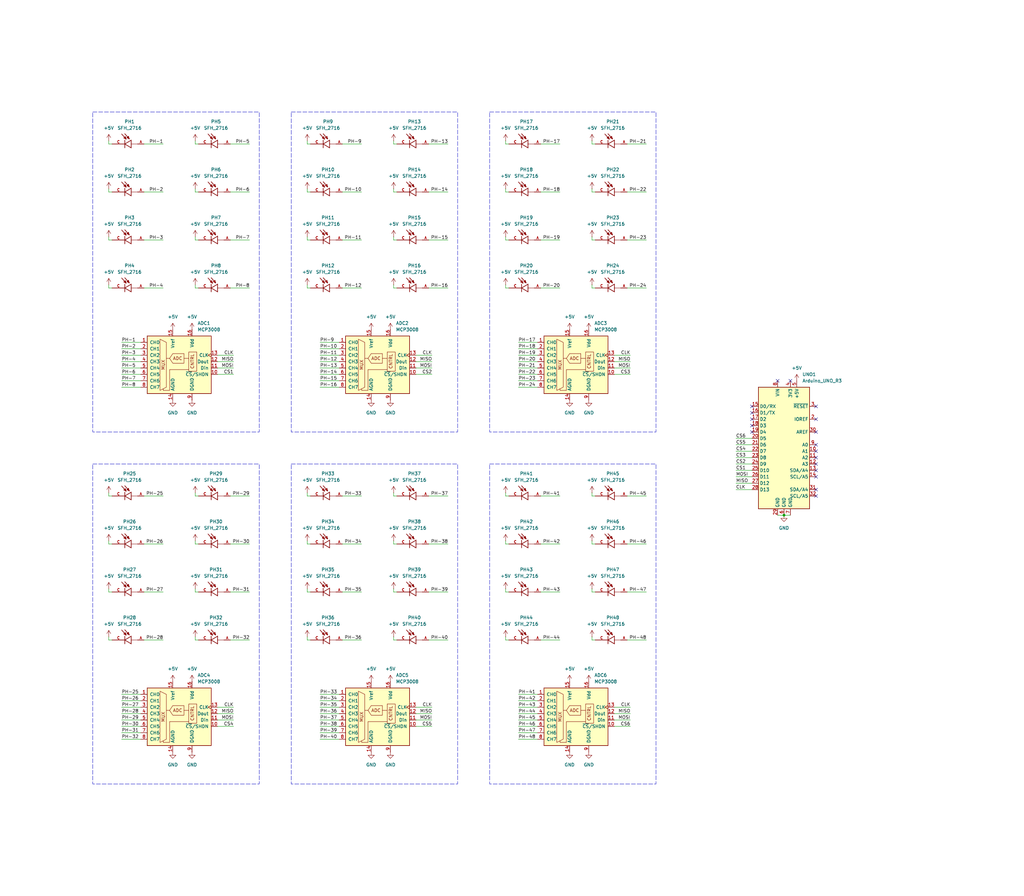
<source format=kicad_sch>
(kicad_sch (version 20231120) (generator "eeschema") (generator_version "8.0")
  (paper "User" 406.4 355.6)
  (junction (at 311.15 204.47))
  (no_connect (at 323.85 176.53))
  (no_connect (at 323.85 161.29))
  (no_connect (at 313.69 151.13))
  (no_connect (at 308.61 151.13))
  (no_connect (at 323.85 171.45))
  (no_connect (at 323.85 184.15))
  (no_connect (at 298.45 168.91))
  (no_connect (at 298.45 171.45))
  (no_connect (at 323.85 179.07))
  (no_connect (at 298.45 163.83))
  (no_connect (at 323.85 189.23))
  (no_connect (at 323.85 166.37))
  (no_connect (at 298.45 161.29))
  (no_connect (at 323.85 186.69))
  (no_connect (at 323.85 196.85))
  (no_connect (at 298.45 166.37))
  (no_connect (at 323.85 194.31))
  (no_connect (at 323.85 181.61))
  (wire (pts (xy 48.26 290.83) (xy 55.88 290.83)))
  (wire (pts (xy 127 293.37) (xy 134.62 293.37)))
  (wire (pts (xy 121.92 114.3) (xy 123.19 114.3)))
  (wire (pts (xy 243.84 148.59) (xy 250.19 148.59)))
  (wire (pts (xy 292.1 181.61) (xy 298.45 181.61)))
  (wire (pts (xy 214.63 114.3) (xy 222.25 114.3)))
  (wire (pts (xy 234.95 196.85) (xy 236.22 196.85)))
  (wire (pts (xy 48.26 280.67) (xy 55.88 280.67)))
  (wire (pts (xy 243.84 146.05) (xy 250.19 146.05)))
  (wire (pts (xy 86.36 148.59) (xy 92.71 148.59)))
  (wire (pts (xy 200.66 254) (xy 201.93 254)))
  (wire (pts (xy 243.84 143.51) (xy 250.19 143.51)))
  (wire (pts (xy 48.26 146.05) (xy 55.88 146.05)))
  (wire (pts (xy 48.26 285.75) (xy 55.88 285.75)))
  (wire (pts (xy 156.21 195.58) (xy 156.21 196.85)))
  (wire (pts (xy 77.47 233.68) (xy 77.47 234.95)))
  (wire (pts (xy 121.92 214.63) (xy 121.92 215.9)))
  (wire (pts (xy 234.95 93.98) (xy 234.95 95.25)))
  (wire (pts (xy 205.74 293.37) (xy 213.36 293.37)))
  (wire (pts (xy 170.18 57.15) (xy 177.8 57.15)))
  (wire (pts (xy 234.95 234.95) (xy 236.22 234.95)))
  (wire (pts (xy 308.61 204.47) (xy 311.15 204.47)))
  (wire (pts (xy 205.74 153.67) (xy 213.36 153.67)))
  (wire (pts (xy 205.74 285.75) (xy 213.36 285.75)))
  (wire (pts (xy 135.89 76.2) (xy 143.51 76.2)))
  (wire (pts (xy 127 290.83) (xy 134.62 290.83)))
  (wire (pts (xy 127 135.89) (xy 134.62 135.89)))
  (wire (pts (xy 43.18 113.03) (xy 43.18 114.3)))
  (wire (pts (xy 248.92 215.9) (xy 256.54 215.9)))
  (wire (pts (xy 43.18 234.95) (xy 44.45 234.95)))
  (wire (pts (xy 135.89 196.85) (xy 143.51 196.85)))
  (wire (pts (xy 200.66 114.3) (xy 201.93 114.3)))
  (wire (pts (xy 214.63 76.2) (xy 222.25 76.2)))
  (wire (pts (xy 127 143.51) (xy 134.62 143.51)))
  (wire (pts (xy 205.74 138.43) (xy 213.36 138.43)))
  (wire (pts (xy 121.92 113.03) (xy 121.92 114.3)))
  (wire (pts (xy 127 288.29) (xy 134.62 288.29)))
  (wire (pts (xy 156.21 93.98) (xy 156.21 95.25)))
  (wire (pts (xy 77.47 93.98) (xy 77.47 95.25)))
  (wire (pts (xy 48.26 140.97) (xy 55.88 140.97)))
  (wire (pts (xy 170.18 254) (xy 177.8 254)))
  (wire (pts (xy 200.66 113.03) (xy 200.66 114.3)))
  (wire (pts (xy 156.21 74.93) (xy 156.21 76.2)))
  (wire (pts (xy 127 278.13) (xy 134.62 278.13)))
  (wire (pts (xy 156.21 114.3) (xy 157.48 114.3)))
  (wire (pts (xy 43.18 215.9) (xy 44.45 215.9)))
  (wire (pts (xy 200.66 214.63) (xy 200.66 215.9)))
  (wire (pts (xy 205.74 143.51) (xy 213.36 143.51)))
  (wire (pts (xy 200.66 215.9) (xy 201.93 215.9)))
  (wire (pts (xy 156.21 196.85) (xy 157.48 196.85)))
  (wire (pts (xy 77.47 76.2) (xy 78.74 76.2)))
  (wire (pts (xy 234.95 214.63) (xy 234.95 215.9)))
  (wire (pts (xy 91.44 76.2) (xy 99.06 76.2)))
  (wire (pts (xy 86.36 280.67) (xy 92.71 280.67)))
  (wire (pts (xy 121.92 233.68) (xy 121.92 234.95)))
  (wire (pts (xy 121.92 76.2) (xy 123.19 76.2)))
  (wire (pts (xy 135.89 215.9) (xy 143.51 215.9)))
  (wire (pts (xy 121.92 195.58) (xy 121.92 196.85)))
  (wire (pts (xy 43.18 195.58) (xy 43.18 196.85)))
  (wire (pts (xy 243.84 285.75) (xy 250.19 285.75)))
  (wire (pts (xy 170.18 196.85) (xy 177.8 196.85)))
  (wire (pts (xy 205.74 280.67) (xy 213.36 280.67)))
  (wire (pts (xy 48.26 138.43) (xy 55.88 138.43)))
  (wire (pts (xy 170.18 215.9) (xy 177.8 215.9)))
  (wire (pts (xy 135.89 95.25) (xy 143.51 95.25)))
  (wire (pts (xy 165.1 285.75) (xy 171.45 285.75)))
  (wire (pts (xy 243.84 283.21) (xy 250.19 283.21)))
  (wire (pts (xy 77.47 55.88) (xy 77.47 57.15)))
  (wire (pts (xy 121.92 74.93) (xy 121.92 76.2)))
  (wire (pts (xy 248.92 196.85) (xy 256.54 196.85)))
  (wire (pts (xy 121.92 196.85) (xy 123.19 196.85)))
  (wire (pts (xy 156.21 95.25) (xy 157.48 95.25)))
  (wire (pts (xy 214.63 254) (xy 222.25 254)))
  (wire (pts (xy 91.44 215.9) (xy 99.06 215.9)))
  (wire (pts (xy 127 140.97) (xy 134.62 140.97)))
  (wire (pts (xy 48.26 135.89) (xy 55.88 135.89)))
  (wire (pts (xy 43.18 196.85) (xy 44.45 196.85)))
  (wire (pts (xy 135.89 254) (xy 143.51 254)))
  (wire (pts (xy 170.18 76.2) (xy 177.8 76.2)))
  (wire (pts (xy 121.92 252.73) (xy 121.92 254)))
  (wire (pts (xy 205.74 148.59) (xy 213.36 148.59)))
  (wire (pts (xy 234.95 215.9) (xy 236.22 215.9)))
  (wire (pts (xy 135.89 57.15) (xy 143.51 57.15)))
  (wire (pts (xy 170.18 114.3) (xy 177.8 114.3)))
  (wire (pts (xy 77.47 114.3) (xy 78.74 114.3)))
  (wire (pts (xy 86.36 140.97) (xy 92.71 140.97)))
  (wire (pts (xy 135.89 114.3) (xy 143.51 114.3)))
  (wire (pts (xy 205.74 146.05) (xy 213.36 146.05)))
  (wire (pts (xy 127 280.67) (xy 134.62 280.67)))
  (wire (pts (xy 200.66 74.93) (xy 200.66 76.2)))
  (wire (pts (xy 234.95 114.3) (xy 236.22 114.3)))
  (wire (pts (xy 205.74 140.97) (xy 213.36 140.97)))
  (wire (pts (xy 165.1 280.67) (xy 171.45 280.67)))
  (wire (pts (xy 43.18 114.3) (xy 44.45 114.3)))
  (wire (pts (xy 292.1 173.99) (xy 298.45 173.99)))
  (wire (pts (xy 165.1 288.29) (xy 171.45 288.29)))
  (wire (pts (xy 43.18 252.73) (xy 43.18 254)))
  (wire (pts (xy 292.1 179.07) (xy 298.45 179.07)))
  (wire (pts (xy 200.66 233.68) (xy 200.66 234.95)))
  (wire (pts (xy 127 275.59) (xy 134.62 275.59)))
  (wire (pts (xy 127 146.05) (xy 134.62 146.05)))
  (wire (pts (xy 156.21 233.68) (xy 156.21 234.95)))
  (wire (pts (xy 156.21 113.03) (xy 156.21 114.3)))
  (wire (pts (xy 205.74 151.13) (xy 213.36 151.13)))
  (wire (pts (xy 214.63 215.9) (xy 222.25 215.9)))
  (wire (pts (xy 121.92 55.88) (xy 121.92 57.15)))
  (wire (pts (xy 200.66 196.85) (xy 201.93 196.85)))
  (wire (pts (xy 170.18 95.25) (xy 177.8 95.25)))
  (wire (pts (xy 86.36 285.75) (xy 92.71 285.75)))
  (wire (pts (xy 57.15 76.2) (xy 64.77 76.2)))
  (wire (pts (xy 43.18 214.63) (xy 43.18 215.9)))
  (wire (pts (xy 200.66 195.58) (xy 200.66 196.85)))
  (wire (pts (xy 200.66 234.95) (xy 201.93 234.95)))
  (wire (pts (xy 43.18 74.93) (xy 43.18 76.2)))
  (wire (pts (xy 205.74 283.21) (xy 213.36 283.21)))
  (wire (pts (xy 156.21 57.15) (xy 157.48 57.15)))
  (wire (pts (xy 200.66 95.25) (xy 201.93 95.25)))
  (wire (pts (xy 214.63 196.85) (xy 222.25 196.85)))
  (wire (pts (xy 205.74 288.29) (xy 213.36 288.29)))
  (wire (pts (xy 86.36 288.29) (xy 92.71 288.29)))
  (wire (pts (xy 248.92 234.95) (xy 256.54 234.95)))
  (wire (pts (xy 243.84 288.29) (xy 250.19 288.29)))
  (wire (pts (xy 127 151.13) (xy 134.62 151.13)))
  (wire (pts (xy 86.36 146.05) (xy 92.71 146.05)))
  (wire (pts (xy 156.21 215.9) (xy 157.48 215.9)))
  (wire (pts (xy 77.47 74.93) (xy 77.47 76.2)))
  (wire (pts (xy 121.92 234.95) (xy 123.19 234.95)))
  (wire (pts (xy 48.26 151.13) (xy 55.88 151.13)))
  (wire (pts (xy 234.95 55.88) (xy 234.95 57.15)))
  (wire (pts (xy 43.18 55.88) (xy 43.18 57.15)))
  (wire (pts (xy 127 153.67) (xy 134.62 153.67)))
  (wire (pts (xy 205.74 135.89) (xy 213.36 135.89)))
  (wire (pts (xy 57.15 196.85) (xy 64.77 196.85)))
  (wire (pts (xy 91.44 114.3) (xy 99.06 114.3)))
  (wire (pts (xy 156.21 55.88) (xy 156.21 57.15)))
  (wire (pts (xy 165.1 140.97) (xy 171.45 140.97)))
  (wire (pts (xy 77.47 215.9) (xy 78.74 215.9)))
  (wire (pts (xy 292.1 184.15) (xy 298.45 184.15)))
  (wire (pts (xy 91.44 57.15) (xy 99.06 57.15)))
  (wire (pts (xy 165.1 148.59) (xy 171.45 148.59)))
  (wire (pts (xy 248.92 57.15) (xy 256.54 57.15)))
  (wire (pts (xy 48.26 288.29) (xy 55.88 288.29)))
  (wire (pts (xy 200.66 57.15) (xy 201.93 57.15)))
  (wire (pts (xy 234.95 113.03) (xy 234.95 114.3)))
  (wire (pts (xy 200.66 252.73) (xy 200.66 254)))
  (wire (pts (xy 214.63 95.25) (xy 222.25 95.25)))
  (wire (pts (xy 48.26 148.59) (xy 55.88 148.59)))
  (wire (pts (xy 121.92 95.25) (xy 123.19 95.25)))
  (wire (pts (xy 48.26 278.13) (xy 55.88 278.13)))
  (wire (pts (xy 156.21 214.63) (xy 156.21 215.9)))
  (wire (pts (xy 48.26 275.59) (xy 55.88 275.59)))
  (wire (pts (xy 234.95 233.68) (xy 234.95 234.95)))
  (wire (pts (xy 214.63 57.15) (xy 222.25 57.15)))
  (wire (pts (xy 121.92 254) (xy 123.19 254)))
  (wire (pts (xy 121.92 93.98) (xy 121.92 95.25)))
  (wire (pts (xy 91.44 95.25) (xy 99.06 95.25)))
  (wire (pts (xy 77.47 57.15) (xy 78.74 57.15)))
  (wire (pts (xy 248.92 95.25) (xy 256.54 95.25)))
  (wire (pts (xy 205.74 290.83) (xy 213.36 290.83)))
  (wire (pts (xy 121.92 215.9) (xy 123.19 215.9)))
  (wire (pts (xy 200.66 55.88) (xy 200.66 57.15)))
  (wire (pts (xy 57.15 234.95) (xy 64.77 234.95)))
  (wire (pts (xy 156.21 234.95) (xy 157.48 234.95)))
  (wire (pts (xy 214.63 234.95) (xy 222.25 234.95)))
  (wire (pts (xy 234.95 252.73) (xy 234.95 254)))
  (wire (pts (xy 165.1 146.05) (xy 171.45 146.05)))
  (wire (pts (xy 77.47 195.58) (xy 77.47 196.85)))
  (wire (pts (xy 48.26 283.21) (xy 55.88 283.21)))
  (wire (pts (xy 165.1 283.21) (xy 171.45 283.21)))
  (wire (pts (xy 292.1 186.69) (xy 298.45 186.69)))
  (wire (pts (xy 86.36 283.21) (xy 92.71 283.21)))
  (wire (pts (xy 292.1 176.53) (xy 298.45 176.53)))
  (wire (pts (xy 127 285.75) (xy 134.62 285.75)))
  (wire (pts (xy 86.36 143.51) (xy 92.71 143.51)))
  (wire (pts (xy 156.21 252.73) (xy 156.21 254)))
  (wire (pts (xy 77.47 196.85) (xy 78.74 196.85)))
  (wire (pts (xy 156.21 76.2) (xy 157.48 76.2)))
  (wire (pts (xy 234.95 57.15) (xy 236.22 57.15)))
  (wire (pts (xy 170.18 234.95) (xy 177.8 234.95)))
  (wire (pts (xy 57.15 95.25) (xy 64.77 95.25)))
  (wire (pts (xy 243.84 140.97) (xy 250.19 140.97)))
  (wire (pts (xy 127 148.59) (xy 134.62 148.59)))
  (wire (pts (xy 135.89 234.95) (xy 143.51 234.95)))
  (wire (pts (xy 77.47 113.03) (xy 77.47 114.3)))
  (wire (pts (xy 200.66 76.2) (xy 201.93 76.2)))
  (wire (pts (xy 234.95 76.2) (xy 236.22 76.2)))
  (wire (pts (xy 156.21 254) (xy 157.48 254)))
  (wire (pts (xy 91.44 196.85) (xy 99.06 196.85)))
  (wire (pts (xy 77.47 252.73) (xy 77.47 254)))
  (wire (pts (xy 57.15 57.15) (xy 64.77 57.15)))
  (wire (pts (xy 127 138.43) (xy 134.62 138.43)))
  (wire (pts (xy 48.26 143.51) (xy 55.88 143.51)))
  (wire (pts (xy 121.92 57.15) (xy 123.19 57.15)))
  (wire (pts (xy 77.47 214.63) (xy 77.47 215.9)))
  (wire (pts (xy 48.26 293.37) (xy 55.88 293.37)))
  (wire (pts (xy 57.15 215.9) (xy 64.77 215.9)))
  (wire (pts (xy 43.18 76.2) (xy 44.45 76.2)))
  (wire (pts (xy 234.95 74.93) (xy 234.95 76.2)))
  (wire (pts (xy 205.74 278.13) (xy 213.36 278.13)))
  (wire (pts (xy 43.18 93.98) (xy 43.18 95.25)))
  (wire (pts (xy 292.1 191.77) (xy 298.45 191.77)))
  (wire (pts (xy 91.44 234.95) (xy 99.06 234.95)))
  (wire (pts (xy 200.66 93.98) (xy 200.66 95.25)))
  (wire (pts (xy 292.1 189.23) (xy 298.45 189.23)))
  (wire (pts (xy 77.47 234.95) (xy 78.74 234.95)))
  (wire (pts (xy 48.26 153.67) (xy 55.88 153.67)))
  (wire (pts (xy 57.15 114.3) (xy 64.77 114.3)))
  (wire (pts (xy 205.74 275.59) (xy 213.36 275.59)))
  (wire (pts (xy 77.47 254) (xy 78.74 254)))
  (wire (pts (xy 234.95 254) (xy 236.22 254)))
  (wire (pts (xy 43.18 95.25) (xy 44.45 95.25)))
  (wire (pts (xy 43.18 233.68) (xy 43.18 234.95)))
  (wire (pts (xy 43.18 57.15) (xy 44.45 57.15)))
  (wire (pts (xy 77.47 95.25) (xy 78.74 95.25)))
  (wire (pts (xy 234.95 195.58) (xy 234.95 196.85)))
  (wire (pts (xy 43.18 254) (xy 44.45 254)))
  (wire (pts (xy 248.92 114.3) (xy 256.54 114.3)))
  (wire (pts (xy 248.92 76.2) (xy 256.54 76.2)))
  (wire (pts (xy 234.95 95.25) (xy 236.22 95.25)))
  (wire (pts (xy 165.1 143.51) (xy 171.45 143.51)))
  (wire (pts (xy 248.92 254) (xy 256.54 254)))
  (wire (pts (xy 292.1 194.31) (xy 298.45 194.31)))
  (wire (pts (xy 57.15 254) (xy 64.77 254)))
  (wire (pts (xy 91.44 254) (xy 99.06 254)))
  (wire (pts (xy 127 283.21) (xy 134.62 283.21)))
  (wire (pts (xy 243.84 280.67) (xy 250.19 280.67)))
  (wire (pts (xy 311.15 204.47) (xy 313.69 204.47)))
  (rectangle (start 194.31 184.15) (end 260.35 311.15) (stroke (width 0) (type dash)))
  (rectangle (start 36.83 184.15) (end 102.87 311.15) (stroke (width 0) (type dash)))
  (rectangle (start 194.31 44.45) (end 260.35 171.45) (stroke (width 0) (type dash)))
  (rectangle (start 115.57 184.15) (end 181.61 311.15) (stroke (width 0) (type dash)))
  (rectangle (start 115.57 44.45) (end 181.61 171.45) (stroke (width 0) (type dash)))
  (rectangle (start 36.83 44.45) (end 102.87 171.45) (stroke (width 0) (type dash)))
  (label "PH-40" (at 127 293.37 0))
  (label "PH-33" (at 143.51 196.85 180))
  (label "CS1" (at 292.1 186.69 0))
  (label "PH-27" (at 48.26 280.67 0))
  (label "PH-38" (at 127 288.29 0))
  (label "PH-38" (at 177.8 215.9 180))
  (label "PH-27" (at 64.77 234.95 180))
  (label "CS4" (at 292.1 179.07 0))
  (label "MISO" (at 92.71 143.51 180))
  (label "PH-5" (at 48.26 146.05 0))
  (label "PH-12" (at 127 143.51 0))
  (label "PH-18" (at 222.25 76.2 180))
  (label "PH-4" (at 64.77 114.3 180))
  (label "PH-34" (at 143.51 215.9 180))
  (label "PH-15" (at 177.8 95.25 180))
  (label "PH-28" (at 48.26 283.21 0))
  (label "PH-19" (at 222.25 95.25 180))
  (label "PH-16" (at 127 153.67 0))
  (label "PH-39" (at 127 290.83 0))
  (label "PH-2" (at 48.26 138.43 0))
  (label "PH-22" (at 256.54 76.2 180))
  (label "PH-10" (at 127 138.43 0))
  (label "CLK" (at 171.45 140.97 180))
  (label "PH-36" (at 143.51 254 180))
  (label "PH-47" (at 256.54 234.95 180))
  (label "PH-35" (at 127 280.67 0))
  (label "MISO" (at 292.1 191.77 0))
  (label "PH-22" (at 205.74 148.59 0))
  (label "PH-32" (at 99.06 254 180))
  (label "PH-1" (at 48.26 135.89 0))
  (label "PH-29" (at 48.26 285.75 0))
  (label "CLK" (at 171.45 280.67 180))
  (label "CLK" (at 250.19 140.97 180))
  (label "PH-8" (at 48.26 153.67 0))
  (label "PH-24" (at 256.54 114.3 180))
  (label "PH-9" (at 127 135.89 0))
  (label "CS2" (at 171.45 148.59 180))
  (label "MOSI" (at 250.19 285.75 180))
  (label "MOSI" (at 92.71 285.75 180))
  (label "PH-31" (at 48.26 290.83 0))
  (label "PH-30" (at 99.06 215.9 180))
  (label "PH-19" (at 205.74 140.97 0))
  (label "PH-47" (at 205.74 290.83 0))
  (label "PH-11" (at 143.51 95.25 180))
  (label "MOSI" (at 171.45 146.05 180))
  (label "PH-29" (at 99.06 196.85 180))
  (label "PH-41" (at 205.74 275.59 0))
  (label "PH-17" (at 222.25 57.15 180))
  (label "CS1" (at 92.71 148.59 180))
  (label "PH-4" (at 48.26 143.51 0))
  (label "PH-44" (at 205.74 283.21 0))
  (label "PH-25" (at 64.77 196.85 180))
  (label "PH-46" (at 205.74 288.29 0))
  (label "PH-39" (at 177.8 234.95 180))
  (label "PH-7" (at 99.06 95.25 180))
  (label "PH-35" (at 143.51 234.95 180))
  (label "CS6" (at 250.19 288.29 180))
  (label "CS6" (at 292.1 173.99 0))
  (label "PH-21" (at 256.54 57.15 180))
  (label "MOSI" (at 92.71 146.05 180))
  (label "PH-48" (at 205.74 293.37 0))
  (label "MISO" (at 171.45 283.21 180))
  (label "PH-30" (at 48.26 288.29 0))
  (label "PH-8" (at 99.06 114.3 180))
  (label "PH-13" (at 177.8 57.15 180))
  (label "PH-41" (at 222.25 196.85 180))
  (label "MOSI" (at 250.19 146.05 180))
  (label "PH-15" (at 127 151.13 0))
  (label "PH-36" (at 127 283.21 0))
  (label "PH-10" (at 143.51 76.2 180))
  (label "PH-33" (at 127 275.59 0))
  (label "MISO" (at 92.71 283.21 180))
  (label "PH-17" (at 205.74 135.89 0))
  (label "PH-45" (at 256.54 196.85 180))
  (label "PH-48" (at 256.54 254 180))
  (label "PH-26" (at 64.77 215.9 180))
  (label "PH-20" (at 222.25 114.3 180))
  (label "PH-42" (at 205.74 278.13 0))
  (label "PH-6" (at 99.06 76.2 180))
  (label "PH-25" (at 48.26 275.59 0))
  (label "PH-1" (at 64.77 57.15 180))
  (label "CS3" (at 292.1 181.61 0))
  (label "PH-43" (at 205.74 280.67 0))
  (label "PH-14" (at 177.8 76.2 180))
  (label "CLK" (at 92.71 280.67 180))
  (label "PH-28" (at 64.77 254 180))
  (label "PH-7" (at 48.26 151.13 0))
  (label "CS4" (at 92.71 288.29 180))
  (label "MISO" (at 171.45 143.51 180))
  (label "PH-18" (at 205.74 138.43 0))
  (label "PH-11" (at 127 140.97 0))
  (label "PH-43" (at 222.25 234.95 180))
  (label "PH-14" (at 127 148.59 0))
  (label "PH-5" (at 99.06 57.15 180))
  (label "CS5" (at 292.1 176.53 0))
  (label "CLK" (at 92.71 140.97 180))
  (label "PH-23" (at 256.54 95.25 180))
  (label "PH-40" (at 177.8 254 180))
  (label "PH-24" (at 205.74 153.67 0))
  (label "PH-46" (at 256.54 215.9 180))
  (label "PH-13" (at 127 146.05 0))
  (label "MISO" (at 250.19 283.21 180))
  (label "PH-23" (at 205.74 151.13 0))
  (label "PH-26" (at 48.26 278.13 0))
  (label "PH-45" (at 205.74 285.75 0))
  (label "CS2" (at 292.1 184.15 0))
  (label "PH-32" (at 48.26 293.37 0))
  (label "MISO" (at 250.19 143.51 180))
  (label "MOSI" (at 292.1 189.23 0))
  (label "PH-20" (at 205.74 143.51 0))
  (label "PH-34" (at 127 278.13 0))
  (label "PH-44" (at 222.25 254 180))
  (label "PH-42" (at 222.25 215.9 180))
  (label "PH-3" (at 64.77 95.25 180))
  (label "CS3" (at 250.19 148.59 180))
  (label "CLK" (at 292.1 194.31 0))
  (label "PH-9" (at 143.51 57.15 180))
  (label "CLK" (at 250.19 280.67 180))
  (label "PH-3" (at 48.26 140.97 0))
  (label "CS5" (at 171.45 288.29 180))
  (label "PH-6" (at 48.26 148.59 0))
  (label "PH-21" (at 205.74 146.05 0))
  (label "PH-12" (at 143.51 114.3 180))
  (label "PH-37" (at 127 285.75 0))
  (label "PH-37" (at 177.8 196.85 180))
  (label "PH-2" (at 64.77 76.2 180))
  (label "MOSI" (at 171.45 285.75 180))
  (label "PH-16" (at 177.8 114.3 180))
  (label "PH-31" (at 99.06 234.95 180))
  (symbol (lib_id "power:+5V") (at 234.95 233.68 0) (unit 1)
    (property "Reference" "#PWR071" (effects (hide yes)))
    (property "Value" "+5V" (at 234.95 228.6 0))
    (property "Description" "Power symbol creates a global label with name \"+5V\"" (effects (hide yes)))
  )
  (symbol (lib_id "SFH_2716:SFH_2716") (at 241.3 234.95 0) (mirror y) (unit 1)
    (property "Reference" "PH47" (at 243.1923 226.06 0))
    (property "Value" "SFH_2716" (at 243.1923 228.6 0))
    (property "Footprint" "SFH_2716:LEDC2012X100N" (effects (hide yes)))
    (property "PARTREV" "1.1" (effects (hide yes)))
    (property "STANDARD" "IPC-7351B" (effects (hide yes)))
    (property "MANUFACTURER" "OSRAM Opto Semiconductors Inc." (effects (hide yes)))
  )
  (symbol (lib_id "power:+5V") (at 234.95 214.63 0) (unit 1)
    (property "Reference" "#PWR070" (effects (hide yes)))
    (property "Value" "+5V" (at 234.95 209.55 0))
    (property "Description" "Power symbol creates a global label with name \"+5V\"" (effects (hide yes)))
  )
  (symbol (lib_id "power:+5V") (at 43.18 252.73 0) (unit 1)
    (property "Reference" "#PWR040" (effects (hide yes)))
    (property "Value" "+5V" (at 43.18 247.65 0))
    (property "Description" "Power symbol creates a global label with name \"+5V\"" (effects (hide yes)))
  )
  (symbol (lib_id "power:+5V") (at 156.21 195.58 0) (unit 1)
    (property "Reference" "#PWR057" (effects (hide yes)))
    (property "Value" "+5V" (at 156.21 190.5 0))
    (property "Description" "Power symbol creates a global label with name \"+5V\"" (effects (hide yes)))
  )
  (symbol (lib_id "SFH_2716:SFH_2716") (at 128.27 254 0) (mirror y) (unit 1)
    (property "Reference" "PH36" (at 130.1623 245.11 0))
    (property "Value" "SFH_2716" (at 130.1623 247.65 0))
    (property "Footprint" "SFH_2716:LEDC2012X100N" (effects (hide yes)))
    (property "PARTREV" "1.1" (effects (hide yes)))
    (property "STANDARD" "IPC-7351B" (effects (hide yes)))
    (property "MANUFACTURER" "OSRAM Opto Semiconductors Inc." (effects (hide yes)))
  )
  (symbol (lib_id "power:+5V") (at 76.2 270.51 0) (unit 1)
    (property "Reference" "#PWR043" (effects (hide yes)))
    (property "Value" "+5V" (at 76.2 265.43 0))
    (property "Description" "Power symbol creates a global label with name \"+5V\"" (effects (hide yes)))
  )
  (symbol (lib_id "Analog_ADC:MCP3008") (at 71.12 283.21 0) (unit 1)
    (property "Reference" "ADC4" (at 78.3941 267.97 0) (effects (justify left)))
    (property "Value" "MCP3008" (at 78.3941 270.51 0) (effects (justify left)))
    (property "Footprint" "Package_SO:SOIC-16_3.9x9.9mm_P1.27mm" (effects (hide yes)))
    (property "Datasheet" "http://ww1.microchip.com/downloads/en/DeviceDoc/21295d.pdf" (effects (hide yes)))
    (property "Description" "A/D Converter, 10-Bit, 8-Channel, SPI Interface , 2.7V-5.5V" (effects (hide yes)))
  )
  (symbol (lib_id "SFH_2716:SFH_2716") (at 49.53 254 0) (mirror y) (unit 1)
    (property "Reference" "PH28" (at 51.4223 245.11 0))
    (property "Value" "SFH_2716" (at 51.4223 247.65 0))
    (property "Footprint" "SFH_2716:LEDC2012X100N" (effects (hide yes)))
    (property "PARTREV" "1.1" (effects (hide yes)))
    (property "STANDARD" "IPC-7351B" (effects (hide yes)))
    (property "MANUFACTURER" "OSRAM Opto Semiconductors Inc." (effects (hide yes)))
  )
  (symbol (lib_id "power:+5V") (at 316.23 151.13 0) (unit 1)
    (property "Reference" "#PWR0145" (effects (hide yes)))
    (property "Value" "+5V" (at 316.23 146.05 0))
    (property "Description" "Power symbol creates a global label with name \"+5V\"" (effects (hide yes)))
  )
  (symbol (lib_id "SFH_2716:SFH_2716") (at 83.82 57.15 0) (mirror y) (unit 1)
    (property "Reference" "PH5" (at 85.7123 48.26 0))
    (property "Value" "SFH_2716" (at 85.7123 50.8 0))
    (property "Footprint" "SFH_2716:LEDC2012X100N" (effects (hide yes)))
    (property "PARTREV" "1.1" (effects (hide yes)))
    (property "STANDARD" "IPC-7351B" (effects (hide yes)))
    (property "MANUFACTURER" "OSRAM Opto Semiconductors Inc." (effects (hide yes)))
  )
  (symbol (lib_id "MCU_Module:Arduino_UNO_R3") (at 311.15 176.53 0) (unit 1)
    (property "Reference" "UNO1" (at 318.4241 148.59 0) (effects (justify left)))
    (property "Value" "Arduino_UNO_R3" (at 318.4241 151.13 0) (effects (justify left)))
    (property "Footprint" "Module:Arduino_UNO_R3" (effects (hide yes)))
    (property "Datasheet" "https://www.arduino.cc/en/Main/arduinoBoardUno" (effects (hide yes)))
    (property "Description" "Arduino UNO Microcontroller Module, release 3" (effects (hide yes)))
  )
  (symbol (lib_id "power:+5V") (at 43.18 233.68 0) (unit 1)
    (property "Reference" "#PWR039" (effects (hide yes)))
    (property "Value" "+5V" (at 43.18 228.6 0))
    (property "Description" "Power symbol creates a global label with name \"+5V\"" (effects (hide yes)))
  )
  (symbol (lib_id "power:+5V") (at 77.47 252.73 0) (unit 1)
    (property "Reference" "#PWR048" (effects (hide yes)))
    (property "Value" "+5V" (at 77.47 247.65 0))
    (property "Description" "Power symbol creates a global label with name \"+5V\"" (effects (hide yes)))
  )
  (symbol (lib_id "power:+5V") (at 156.21 55.88 0) (unit 1)
    (property "Reference" "#PWR017" (effects (hide yes)))
    (property "Value" "+5V" (at 156.21 50.8 0))
    (property "Description" "Power symbol creates a global label with name \"+5V\"" (effects (hide yes)))
  )
  (symbol (lib_id "SFH_2716:SFH_2716") (at 162.56 196.85 0) (mirror y) (unit 1)
    (property "Reference" "PH37" (at 164.4523 187.96 0))
    (property "Value" "SFH_2716" (at 164.4523 190.5 0))
    (property "Footprint" "SFH_2716:LEDC2012X100N" (effects (hide yes)))
    (property "PARTREV" "1.1" (effects (hide yes)))
    (property "STANDARD" "IPC-7351B" (effects (hide yes)))
    (property "MANUFACTURER" "OSRAM Opto Semiconductors Inc." (effects (hide yes)))
  )
  (symbol (lib_id "power:+5V") (at 200.66 233.68 0) (unit 1)
    (property "Reference" "#PWR063" (effects (hide yes)))
    (property "Value" "+5V" (at 200.66 228.6 0))
    (property "Description" "Power symbol creates a global label with name \"+5V\"" (effects (hide yes)))
  )
  (symbol (lib_id "power:+5V") (at 156.21 93.98 0) (unit 1)
    (property "Reference" "#PWR019" (effects (hide yes)))
    (property "Value" "+5V" (at 156.21 88.9 0))
    (property "Description" "Power symbol creates a global label with name \"+5V\"" (effects (hide yes)))
  )
  (symbol (lib_id "power:+5V") (at 234.95 113.03 0) (unit 1)
    (property "Reference" "#PWR036" (effects (hide yes)))
    (property "Value" "+5V" (at 234.95 107.95 0))
    (property "Description" "Power symbol creates a global label with name \"+5V\"" (effects (hide yes)))
  )
  (symbol (lib_id "SFH_2716:SFH_2716") (at 128.27 114.3 0) (mirror y) (unit 1)
    (property "Reference" "PH12" (at 130.1623 105.41 0))
    (property "Value" "SFH_2716" (at 130.1623 107.95 0))
    (property "Footprint" "SFH_2716:LEDC2012X100N" (effects (hide yes)))
    (property "PARTREV" "1.1" (effects (hide yes)))
    (property "STANDARD" "IPC-7351B" (effects (hide yes)))
    (property "MANUFACTURER" "OSRAM Opto Semiconductors Inc." (effects (hide yes)))
  )
  (symbol (lib_id "SFH_2716:SFH_2716") (at 49.53 95.25 0) (mirror y) (unit 1)
    (property "Reference" "PH3" (at 51.4223 86.36 0))
    (property "Value" "SFH_2716" (at 51.4223 88.9 0))
    (property "Footprint" "SFH_2716:LEDC2012X100N" (effects (hide yes)))
    (property "PARTREV" "1.1" (effects (hide yes)))
    (property "STANDARD" "IPC-7351B" (effects (hide yes)))
    (property "MANUFACTURER" "OSRAM Opto Semiconductors Inc." (effects (hide yes)))
  )
  (symbol (lib_id "power:+5V") (at 76.2 130.81 0) (unit 1)
    (property "Reference" "#PWR024" (effects (hide yes)))
    (property "Value" "+5V" (at 76.2 125.73 0))
    (property "Description" "Power symbol creates a global label with name \"+5V\"" (effects (hide yes)))
  )
  (symbol (lib_id "power:GND") (at 76.2 298.45 0) (unit 1)
    (property "Reference" "#PWR044" (effects (hide yes)))
    (property "Value" "GND" (at 76.2 303.53 0))
    (property "Description" "Power symbol creates a global label with name \"GND\" , ground" (effects (hide yes)))
  )
  (symbol (lib_id "power:GND") (at 226.06 158.75 0) (unit 1)
    (property "Reference" "#PWR030" (effects (hide yes)))
    (property "Value" "GND" (at 226.06 163.83 0))
    (property "Description" "Power symbol creates a global label with name \"GND\" , ground" (effects (hide yes)))
  )
  (symbol (lib_id "power:+5V") (at 77.47 113.03 0) (unit 1)
    (property "Reference" "#PWR016" (effects (hide yes)))
    (property "Value" "+5V" (at 77.47 107.95 0))
    (property "Description" "Power symbol creates a global label with name \"+5V\"" (effects (hide yes)))
  )
  (symbol (lib_id "SFH_2716:SFH_2716") (at 207.01 234.95 0) (mirror y) (unit 1)
    (property "Reference" "PH43" (at 208.9023 226.06 0))
    (property "Value" "SFH_2716" (at 208.9023 228.6 0))
    (property "Footprint" "SFH_2716:LEDC2012X100N" (effects (hide yes)))
    (property "PARTREV" "1.1" (effects (hide yes)))
    (property "STANDARD" "IPC-7351B" (effects (hide yes)))
    (property "MANUFACTURER" "OSRAM Opto Semiconductors Inc." (effects (hide yes)))
  )
  (symbol (lib_id "power:+5V") (at 77.47 195.58 0) (unit 1)
    (property "Reference" "#PWR045" (effects (hide yes)))
    (property "Value" "+5V" (at 77.47 190.5 0))
    (property "Description" "Power symbol creates a global label with name \"+5V\"" (effects (hide yes)))
  )
  (symbol (lib_id "SFH_2716:SFH_2716") (at 241.3 196.85 0) (mirror y) (unit 1)
    (property "Reference" "PH45" (at 243.1923 187.96 0))
    (property "Value" "SFH_2716" (at 243.1923 190.5 0))
    (property "Footprint" "SFH_2716:LEDC2012X100N" (effects (hide yes)))
    (property "PARTREV" "1.1" (effects (hide yes)))
    (property "STANDARD" "IPC-7351B" (effects (hide yes)))
    (property "MANUFACTURER" "OSRAM Opto Semiconductors Inc." (effects (hide yes)))
  )
  (symbol (lib_id "SFH_2716:SFH_2716") (at 207.01 114.3 0) (mirror y) (unit 1)
    (property "Reference" "PH20" (at 208.9023 105.41 0))
    (property "Value" "SFH_2716" (at 208.9023 107.95 0))
    (property "Footprint" "SFH_2716:LEDC2012X100N" (effects (hide yes)))
    (property "PARTREV" "1.1" (effects (hide yes)))
    (property "STANDARD" "IPC-7351B" (effects (hide yes)))
    (property "MANUFACTURER" "OSRAM Opto Semiconductors Inc." (effects (hide yes)))
  )
  (symbol (lib_id "Analog_ADC:MCP3008") (at 71.12 143.51 0) (unit 1)
    (property "Reference" "ADC1" (at 78.3941 128.27 0) (effects (justify left)))
    (property "Value" "MCP3008" (at 78.3941 130.81 0) (effects (justify left)))
    (property "Footprint" "Package_SO:SOIC-16_3.9x9.9mm_P1.27mm" (effects (hide yes)))
    (property "Datasheet" "http://ww1.microchip.com/downloads/en/DeviceDoc/21295d.pdf" (effects (hide yes)))
    (property "Description" "A/D Converter, 10-Bit, 8-Channel, SPI Interface , 2.7V-5.5V" (effects (hide yes)))
  )
  (symbol (lib_id "power:GND") (at 233.68 158.75 0) (unit 1)
    (property "Reference" "#PWR032" (effects (hide yes)))
    (property "Value" "GND" (at 233.68 163.83 0))
    (property "Description" "Power symbol creates a global label with name \"GND\" , ground" (effects (hide yes)))
  )
  (symbol (lib_id "power:GND") (at 311.15 204.47 0) (unit 1)
    (property "Reference" "#PWR0146" (effects (hide yes)))
    (property "Value" "GND" (at 311.15 209.55 0))
    (property "Description" "Power symbol creates a global label with name \"GND\" , ground" (effects (hide yes)))
  )
  (symbol (lib_id "power:+5V") (at 200.66 74.93 0) (unit 1)
    (property "Reference" "#PWR026" (effects (hide yes)))
    (property "Value" "+5V" (at 200.66 69.85 0))
    (property "Description" "Power symbol creates a global label with name \"+5V\"" (effects (hide yes)))
  )
  (symbol (lib_id "power:+5V") (at 234.95 93.98 0) (unit 1)
    (property "Reference" "#PWR035" (effects (hide yes)))
    (property "Value" "+5V" (at 234.95 88.9 0))
    (property "Description" "Power symbol creates a global label with name \"+5V\"" (effects (hide yes)))
  )
  (symbol (lib_id "SFH_2716:SFH_2716") (at 162.56 234.95 0) (mirror y) (unit 1)
    (property "Reference" "PH39" (at 164.4523 226.06 0))
    (property "Value" "SFH_2716" (at 164.4523 228.6 0))
    (property "Footprint" "SFH_2716:LEDC2012X100N" (effects (hide yes)))
    (property "PARTREV" "1.1" (effects (hide yes)))
    (property "STANDARD" "IPC-7351B" (effects (hide yes)))
    (property "MANUFACTURER" "OSRAM Opto Semiconductors Inc." (effects (hide yes)))
  )
  (symbol (lib_id "power:+5V") (at 156.21 233.68 0) (unit 1)
    (property "Reference" "#PWR059" (effects (hide yes)))
    (property "Value" "+5V" (at 156.21 228.6 0))
    (property "Description" "Power symbol creates a global label with name \"+5V\"" (effects (hide yes)))
  )
  (symbol (lib_id "power:+5V") (at 226.06 130.81 0) (unit 1)
    (property "Reference" "#PWR029" (effects (hide yes)))
    (property "Value" "+5V" (at 226.06 125.73 0))
    (property "Description" "Power symbol creates a global label with name \"+5V\"" (effects (hide yes)))
  )
  (symbol (lib_id "SFH_2716:SFH_2716") (at 207.01 254 0) (mirror y) (unit 1)
    (property "Reference" "PH44" (at 208.9023 245.11 0))
    (property "Value" "SFH_2716" (at 208.9023 247.65 0))
    (property "Footprint" "SFH_2716:LEDC2012X100N" (effects (hide yes)))
    (property "PARTREV" "1.1" (effects (hide yes)))
    (property "STANDARD" "IPC-7351B" (effects (hide yes)))
    (property "MANUFACTURER" "OSRAM Opto Semiconductors Inc." (effects (hide yes)))
  )
  (symbol (lib_id "power:+5V") (at 200.66 252.73 0) (unit 1)
    (property "Reference" "#PWR064" (effects (hide yes)))
    (property "Value" "+5V" (at 200.66 247.65 0))
    (property "Description" "Power symbol creates a global label with name \"+5V\"" (effects (hide yes)))
  )
  (symbol (lib_id "SFH_2716:SFH_2716") (at 83.82 215.9 0) (mirror y) (unit 1)
    (property "Reference" "PH30" (at 85.7123 207.01 0))
    (property "Value" "SFH_2716" (at 85.7123 209.55 0))
    (property "Footprint" "SFH_2716:LEDC2012X100N" (effects (hide yes)))
    (property "PARTREV" "1.1" (effects (hide yes)))
    (property "STANDARD" "IPC-7351B" (effects (hide yes)))
    (property "MANUFACTURER" "OSRAM Opto Semiconductors Inc." (effects (hide yes)))
  )
  (symbol (lib_id "SFH_2716:SFH_2716") (at 49.53 57.15 0) (mirror y) (unit 1)
    (property "Reference" "PH1" (at 51.4223 48.26 0))
    (property "Value" "SFH_2716" (at 51.4223 50.8 0))
    (property "Footprint" "SFH_2716:LEDC2012X100N" (effects (hide yes)))
    (property "PARTREV" "1.1" (effects (hide yes)))
    (property "STANDARD" "IPC-7351B" (effects (hide yes)))
    (property "MANUFACTURER" "OSRAM Opto Semiconductors Inc." (effects (hide yes)))
  )
  (symbol (lib_id "power:GND") (at 154.94 298.45 0) (unit 1)
    (property "Reference" "#PWR056" (effects (hide yes)))
    (property "Value" "GND" (at 154.94 303.53 0))
    (property "Description" "Power symbol creates a global label with name \"GND\" , ground" (effects (hide yes)))
  )
  (symbol (lib_id "power:+5V") (at 200.66 93.98 0) (unit 1)
    (property "Reference" "#PWR027" (effects (hide yes)))
    (property "Value" "+5V" (at 200.66 88.9 0))
    (property "Description" "Power symbol creates a global label with name \"+5V\"" (effects (hide yes)))
  )
  (symbol (lib_id "power:GND") (at 147.32 298.45 0) (unit 1)
    (property "Reference" "#PWR054" (effects (hide yes)))
    (property "Value" "GND" (at 147.32 303.53 0))
    (property "Description" "Power symbol creates a global label with name \"GND\" , ground" (effects (hide yes)))
  )
  (symbol (lib_id "SFH_2716:SFH_2716") (at 207.01 95.25 0) (mirror y) (unit 1)
    (property "Reference" "PH19" (at 208.9023 86.36 0))
    (property "Value" "SFH_2716" (at 208.9023 88.9 0))
    (property "Footprint" "SFH_2716:LEDC2012X100N" (effects (hide yes)))
    (property "PARTREV" "1.1" (effects (hide yes)))
    (property "STANDARD" "IPC-7351B" (effects (hide yes)))
    (property "MANUFACTURER" "OSRAM Opto Semiconductors Inc." (effects (hide yes)))
  )
  (symbol (lib_id "SFH_2716:SFH_2716") (at 128.27 76.2 0) (mirror y) (unit 1)
    (property "Reference" "PH10" (at 130.1623 67.31 0))
    (property "Value" "SFH_2716" (at 130.1623 69.85 0))
    (property "Footprint" "SFH_2716:LEDC2012X100N" (effects (hide yes)))
    (property "PARTREV" "1.1" (effects (hide yes)))
    (property "STANDARD" "IPC-7351B" (effects (hide yes)))
    (property "MANUFACTURER" "OSRAM Opto Semiconductors Inc." (effects (hide yes)))
  )
  (symbol (lib_id "power:+5V") (at 121.92 93.98 0) (unit 1)
    (property "Reference" "#PWR03" (effects (hide yes)))
    (property "Value" "+5V" (at 121.92 88.9 0))
    (property "Description" "Power symbol creates a global label with name \"+5V\"" (effects (hide yes)))
  )
  (symbol (lib_id "power:+5V") (at 156.21 74.93 0) (unit 1)
    (property "Reference" "#PWR018" (effects (hide yes)))
    (property "Value" "+5V" (at 156.21 69.85 0))
    (property "Description" "Power symbol creates a global label with name \"+5V\"" (effects (hide yes)))
  )
  (symbol (lib_id "power:GND") (at 154.94 158.75 0) (unit 1)
    (property "Reference" "#PWR012" (effects (hide yes)))
    (property "Value" "GND" (at 154.94 163.83 0))
    (property "Description" "Power symbol creates a global label with name \"GND\" , ground" (effects (hide yes)))
  )
  (symbol (lib_id "SFH_2716:SFH_2716") (at 207.01 76.2 0) (mirror y) (unit 1)
    (property "Reference" "PH18" (at 208.9023 67.31 0))
    (property "Value" "SFH_2716" (at 208.9023 69.85 0))
    (property "Footprint" "SFH_2716:LEDC2012X100N" (effects (hide yes)))
    (property "PARTREV" "1.1" (effects (hide yes)))
    (property "STANDARD" "IPC-7351B" (effects (hide yes)))
    (property "MANUFACTURER" "OSRAM Opto Semiconductors Inc." (effects (hide yes)))
  )
  (symbol (lib_id "power:+5V") (at 234.95 74.93 0) (unit 1)
    (property "Reference" "#PWR034" (effects (hide yes)))
    (property "Value" "+5V" (at 234.95 69.85 0))
    (property "Description" "Power symbol creates a global label with name \"+5V\"" (effects (hide yes)))
  )
  (symbol (lib_id "power:+5V") (at 121.92 113.03 0) (unit 1)
    (property "Reference" "#PWR04" (effects (hide yes)))
    (property "Value" "+5V" (at 121.92 107.95 0))
    (property "Description" "Power symbol creates a global label with name \"+5V\"" (effects (hide yes)))
  )
  (symbol (lib_id "power:+5V") (at 43.18 214.63 0) (unit 1)
    (property "Reference" "#PWR038" (effects (hide yes)))
    (property "Value" "+5V" (at 43.18 209.55 0))
    (property "Description" "Power symbol creates a global label with name \"+5V\"" (effects (hide yes)))
  )
  (symbol (lib_id "SFH_2716:SFH_2716") (at 83.82 95.25 0) (mirror y) (unit 1)
    (property "Reference" "PH7" (at 85.7123 86.36 0))
    (property "Value" "SFH_2716" (at 85.7123 88.9 0))
    (property "Footprint" "SFH_2716:LEDC2012X100N" (effects (hide yes)))
    (property "PARTREV" "1.1" (effects (hide yes)))
    (property "STANDARD" "IPC-7351B" (effects (hide yes)))
    (property "MANUFACTURER" "OSRAM Opto Semiconductors Inc." (effects (hide yes)))
  )
  (symbol (lib_id "power:+5V") (at 156.21 113.03 0) (unit 1)
    (property "Reference" "#PWR020" (effects (hide yes)))
    (property "Value" "+5V" (at 156.21 107.95 0))
    (property "Description" "Power symbol creates a global label with name \"+5V\"" (effects (hide yes)))
  )
  (symbol (lib_id "SFH_2716:SFH_2716") (at 162.56 254 0) (mirror y) (unit 1)
    (property "Reference" "PH40" (at 164.4523 245.11 0))
    (property "Value" "SFH_2716" (at 164.4523 247.65 0))
    (property "Footprint" "SFH_2716:LEDC2012X100N" (effects (hide yes)))
    (property "PARTREV" "1.1" (effects (hide yes)))
    (property "STANDARD" "IPC-7351B" (effects (hide yes)))
    (property "MANUFACTURER" "OSRAM Opto Semiconductors Inc." (effects (hide yes)))
  )
  (symbol (lib_id "power:GND") (at 68.58 298.45 0) (unit 1)
    (property "Reference" "#PWR042" (effects (hide yes)))
    (property "Value" "GND" (at 68.58 303.53 0))
    (property "Description" "Power symbol creates a global label with name \"GND\" , ground" (effects (hide yes)))
  )
  (symbol (lib_id "power:+5V") (at 121.92 214.63 0) (unit 1)
    (property "Reference" "#PWR050" (effects (hide yes)))
    (property "Value" "+5V" (at 121.92 209.55 0))
    (property "Description" "Power symbol creates a global label with name \"+5V\"" (effects (hide yes)))
  )
  (symbol (lib_id "power:GND") (at 68.58 158.75 0) (unit 1)
    (property "Reference" "#PWR021" (effects (hide yes)))
    (property "Value" "GND" (at 68.58 163.83 0))
    (property "Description" "Power symbol creates a global label with name \"GND\" , ground" (effects (hide yes)))
  )
  (symbol (lib_id "power:+5V") (at 200.66 55.88 0) (unit 1)
    (property "Reference" "#PWR025" (effects (hide yes)))
    (property "Value" "+5V" (at 200.66 50.8 0))
    (property "Description" "Power symbol creates a global label with name \"+5V\"" (effects (hide yes)))
  )
  (symbol (lib_id "SFH_2716:SFH_2716") (at 49.53 76.2 0) (mirror y) (unit 1)
    (property "Reference" "PH2" (at 51.4223 67.31 0))
    (property "Value" "SFH_2716" (at 51.4223 69.85 0))
    (property "Footprint" "SFH_2716:LEDC2012X100N" (effects (hide yes)))
    (property "PARTREV" "1.1" (effects (hide yes)))
    (property "STANDARD" "IPC-7351B" (effects (hide yes)))
    (property "MANUFACTURER" "OSRAM Opto Semiconductors Inc." (effects (hide yes)))
  )
  (symbol (lib_id "power:+5V") (at 77.47 214.63 0) (unit 1)
    (property "Reference" "#PWR046" (effects (hide yes)))
    (property "Value" "+5V" (at 77.47 209.55 0))
    (property "Description" "Power symbol creates a global label with name \"+5V\"" (effects (hide yes)))
  )
  (symbol (lib_id "power:+5V") (at 233.68 130.81 0) (unit 1)
    (property "Reference" "#PWR031" (effects (hide yes)))
    (property "Value" "+5V" (at 233.68 125.73 0))
    (property "Description" "Power symbol creates a global label with name \"+5V\"" (effects (hide yes)))
  )
  (symbol (lib_id "power:+5V") (at 147.32 270.51 0) (unit 1)
    (property "Reference" "#PWR053" (effects (hide yes)))
    (property "Value" "+5V" (at 147.32 265.43 0))
    (property "Description" "Power symbol creates a global label with name \"+5V\"" (effects (hide yes)))
  )
  (symbol (lib_id "power:+5V") (at 154.94 270.51 0) (unit 1)
    (property "Reference" "#PWR055" (effects (hide yes)))
    (property "Value" "+5V" (at 154.94 265.43 0))
    (property "Description" "Power symbol creates a global label with name \"+5V\"" (effects (hide yes)))
  )
  (symbol (lib_id "SFH_2716:SFH_2716") (at 49.53 234.95 0) (mirror y) (unit 1)
    (property "Reference" "PH27" (at 51.4223 226.06 0))
    (property "Value" "SFH_2716" (at 51.4223 228.6 0))
    (property "Footprint" "SFH_2716:LEDC2012X100N" (effects (hide yes)))
    (property "PARTREV" "1.1" (effects (hide yes)))
    (property "STANDARD" "IPC-7351B" (effects (hide yes)))
    (property "MANUFACTURER" "OSRAM Opto Semiconductors Inc." (effects (hide yes)))
  )
  (symbol (lib_id "SFH_2716:SFH_2716") (at 241.3 215.9 0) (mirror y) (unit 1)
    (property "Reference" "PH46" (at 243.1923 207.01 0))
    (property "Value" "SFH_2716" (at 243.1923 209.55 0))
    (property "Footprint" "SFH_2716:LEDC2012X100N" (effects (hide yes)))
    (property "PARTREV" "1.1" (effects (hide yes)))
    (property "STANDARD" "IPC-7351B" (effects (hide yes)))
    (property "MANUFACTURER" "OSRAM Opto Semiconductors Inc." (effects (hide yes)))
  )
  (symbol (lib_id "power:+5V") (at 226.06 270.51 0) (unit 1)
    (property "Reference" "#PWR065" (effects (hide yes)))
    (property "Value" "+5V" (at 226.06 265.43 0))
    (property "Description" "Power symbol creates a global label with name \"+5V\"" (effects (hide yes)))
  )
  (symbol (lib_id "SFH_2716:SFH_2716") (at 83.82 254 0) (mirror y) (unit 1)
    (property "Reference" "PH32" (at 85.7123 245.11 0))
    (property "Value" "SFH_2716" (at 85.7123 247.65 0))
    (property "Footprint" "SFH_2716:LEDC2012X100N" (effects (hide yes)))
    (property "PARTREV" "1.1" (effects (hide yes)))
    (property "STANDARD" "IPC-7351B" (effects (hide yes)))
    (property "MANUFACTURER" "OSRAM Opto Semiconductors Inc." (effects (hide yes)))
  )
  (symbol (lib_id "power:+5V") (at 156.21 252.73 0) (unit 1)
    (property "Reference" "#PWR060" (effects (hide yes)))
    (property "Value" "+5V" (at 156.21 247.65 0))
    (property "Description" "Power symbol creates a global label with name \"+5V\"" (effects (hide yes)))
  )
  (symbol (lib_id "power:+5V") (at 147.32 130.81 0) (unit 1)
    (property "Reference" "#PWR09" (effects (hide yes)))
    (property "Value" "+5V" (at 147.32 125.73 0))
    (property "Description" "Power symbol creates a global label with name \"+5V\"" (effects (hide yes)))
  )
  (symbol (lib_id "power:+5V") (at 43.18 113.03 0) (unit 1)
    (property "Reference" "#PWR08" (effects (hide yes)))
    (property "Value" "+5V" (at 43.18 107.95 0))
    (property "Description" "Power symbol creates a global label with name \"+5V\"" (effects (hide yes)))
  )
  (symbol (lib_id "SFH_2716:SFH_2716") (at 49.53 196.85 0) (mirror y) (unit 1)
    (property "Reference" "PH25" (at 51.4223 187.96 0))
    (property "Value" "SFH_2716" (at 51.4223 190.5 0))
    (property "Footprint" "SFH_2716:LEDC2012X100N" (effects (hide yes)))
    (property "PARTREV" "1.1" (effects (hide yes)))
    (property "STANDARD" "IPC-7351B" (effects (hide yes)))
    (property "MANUFACTURER" "OSRAM Opto Semiconductors Inc." (effects (hide yes)))
  )
  (symbol (lib_id "SFH_2716:SFH_2716") (at 128.27 57.15 0) (mirror y) (unit 1)
    (property "Reference" "PH9" (at 130.1623 48.26 0))
    (property "Value" "SFH_2716" (at 130.1623 50.8 0))
    (property "Footprint" "SFH_2716:LEDC2012X100N" (effects (hide yes)))
    (property "PARTREV" "1.1" (effects (hide yes)))
    (property "STANDARD" "IPC-7351B" (effects (hide yes)))
    (property "MANUFACTURER" "OSRAM Opto Semiconductors Inc." (effects (hide yes)))
  )
  (symbol (lib_id "Analog_ADC:MCP3008") (at 228.6 143.51 0) (unit 1)
    (property "Reference" "ADC3" (at 235.8741 128.27 0) (effects (justify left)))
    (property "Value" "MCP3008" (at 235.8741 130.81 0) (effects (justify left)))
    (property "Footprint" "Package_SO:SOIC-16_3.9x9.9mm_P1.27mm" (effects (hide yes)))
    (property "Datasheet" "http://ww1.microchip.com/downloads/en/DeviceDoc/21295d.pdf" (effects (hide yes)))
    (property "Description" "A/D Converter, 10-Bit, 8-Channel, SPI Interface , 2.7V-5.5V" (effects (hide yes)))
  )
  (symbol (lib_id "power:+5V") (at 121.92 233.68 0) (unit 1)
    (property "Reference" "#PWR051" (effects (hide yes)))
    (property "Value" "+5V" (at 121.92 228.6 0))
    (property "Description" "Power symbol creates a global label with name \"+5V\"" (effects (hide yes)))
  )
  (symbol (lib_id "SFH_2716:SFH_2716") (at 162.56 215.9 0) (mirror y) (unit 1)
    (property "Reference" "PH38" (at 164.4523 207.01 0))
    (property "Value" "SFH_2716" (at 164.4523 209.55 0))
    (property "Footprint" "SFH_2716:LEDC2012X100N" (effects (hide yes)))
    (property "PARTREV" "1.1" (effects (hide yes)))
    (property "STANDARD" "IPC-7351B" (effects (hide yes)))
    (property "MANUFACTURER" "OSRAM Opto Semiconductors Inc." (effects (hide yes)))
  )
  (symbol (lib_id "SFH_2716:SFH_2716") (at 241.3 76.2 0) (mirror y) (unit 1)
    (property "Reference" "PH22" (at 243.1923 67.31 0))
    (property "Value" "SFH_2716" (at 243.1923 69.85 0))
    (property "Footprint" "SFH_2716:LEDC2012X100N" (effects (hide yes)))
    (property "PARTREV" "1.1" (effects (hide yes)))
    (property "STANDARD" "IPC-7351B" (effects (hide yes)))
    (property "MANUFACTURER" "OSRAM Opto Semiconductors Inc." (effects (hide yes)))
  )
  (symbol (lib_id "SFH_2716:SFH_2716") (at 49.53 114.3 0) (mirror y) (unit 1)
    (property "Reference" "PH4" (at 51.4223 105.41 0))
    (property "Value" "SFH_2716" (at 51.4223 107.95 0))
    (property "Footprint" "SFH_2716:LEDC2012X100N" (effects (hide yes)))
    (property "PARTREV" "1.1" (effects (hide yes)))
    (property "STANDARD" "IPC-7351B" (effects (hide yes)))
    (property "MANUFACTURER" "OSRAM Opto Semiconductors Inc." (effects (hide yes)))
  )
  (symbol (lib_id "SFH_2716:SFH_2716") (at 83.82 114.3 0) (mirror y) (unit 1)
    (property "Reference" "PH8" (at 85.7123 105.41 0))
    (property "Value" "SFH_2716" (at 85.7123 107.95 0))
    (property "Footprint" "SFH_2716:LEDC2012X100N" (effects (hide yes)))
    (property "PARTREV" "1.1" (effects (hide yes)))
    (property "STANDARD" "IPC-7351B" (effects (hide yes)))
    (property "MANUFACTURER" "OSRAM Opto Semiconductors Inc." (effects (hide yes)))
  )
  (symbol (lib_id "SFH_2716:SFH_2716") (at 83.82 196.85 0) (mirror y) (unit 1)
    (property "Reference" "PH29" (at 85.7123 187.96 0))
    (property "Value" "SFH_2716" (at 85.7123 190.5 0))
    (property "Footprint" "SFH_2716:LEDC2012X100N" (effects (hide yes)))
    (property "PARTREV" "1.1" (effects (hide yes)))
    (property "STANDARD" "IPC-7351B" (effects (hide yes)))
    (property "MANUFACTURER" "OSRAM Opto Semiconductors Inc." (effects (hide yes)))
  )
  (symbol (lib_id "power:+5V") (at 234.95 252.73 0) (unit 1)
    (property "Reference" "#PWR072" (effects (hide yes)))
    (property "Value" "+5V" (at 234.95 247.65 0))
    (property "Description" "Power symbol creates a global label with name \"+5V\"" (effects (hide yes)))
  )
  (symbol (lib_id "power:+5V") (at 43.18 74.93 0) (unit 1)
    (property "Reference" "#PWR06" (effects (hide yes)))
    (property "Value" "+5V" (at 43.18 69.85 0))
    (property "Description" "Power symbol creates a global label with name \"+5V\"" (effects (hide yes)))
  )
  (symbol (lib_id "power:+5V") (at 154.94 130.81 0) (unit 1)
    (property "Reference" "#PWR011" (effects (hide yes)))
    (property "Value" "+5V" (at 154.94 125.73 0))
    (property "Description" "Power symbol creates a global label with name \"+5V\"" (effects (hide yes)))
  )
  (symbol (lib_id "power:+5V") (at 68.58 130.81 0) (unit 1)
    (property "Reference" "#PWR023" (effects (hide yes)))
    (property "Value" "+5V" (at 68.58 125.73 0))
    (property "Description" "Power symbol creates a global label with name \"+5V\"" (effects (hide yes)))
  )
  (symbol (lib_id "SFH_2716:SFH_2716") (at 241.3 114.3 0) (mirror y) (unit 1)
    (property "Reference" "PH24" (at 243.1923 105.41 0))
    (property "Value" "SFH_2716" (at 243.1923 107.95 0))
    (property "Footprint" "SFH_2716:LEDC2012X100N" (effects (hide yes)))
    (property "PARTREV" "1.1" (effects (hide yes)))
    (property "STANDARD" "IPC-7351B" (effects (hide yes)))
    (property "MANUFACTURER" "OSRAM Opto Semiconductors Inc." (effects (hide yes)))
  )
  (symbol (lib_id "SFH_2716:SFH_2716") (at 241.3 95.25 0) (mirror y) (unit 1)
    (property "Reference" "PH23" (at 243.1923 86.36 0))
    (property "Value" "SFH_2716" (at 243.1923 88.9 0))
    (property "Footprint" "SFH_2716:LEDC2012X100N" (effects (hide yes)))
    (property "PARTREV" "1.1" (effects (hide yes)))
    (property "STANDARD" "IPC-7351B" (effects (hide yes)))
    (property "MANUFACTURER" "OSRAM Opto Semiconductors Inc." (effects (hide yes)))
  )
  (symbol (lib_id "SFH_2716:SFH_2716") (at 207.01 57.15 0) (mirror y) (unit 1)
    (property "Reference" "PH17" (at 208.9023 48.26 0))
    (property "Value" "SFH_2716" (at 208.9023 50.8 0))
    (property "Footprint" "SFH_2716:LEDC2012X100N" (effects (hide yes)))
    (property "PARTREV" "1.1" (effects (hide yes)))
    (property "STANDARD" "IPC-7351B" (effects (hide yes)))
    (property "MANUFACTURER" "OSRAM Opto Semiconductors Inc." (effects (hide yes)))
  )
  (symbol (lib_id "SFH_2716:SFH_2716") (at 128.27 95.25 0) (mirror y) (unit 1)
    (property "Reference" "PH11" (at 130.1623 86.36 0))
    (property "Value" "SFH_2716" (at 130.1623 88.9 0))
    (property "Footprint" "SFH_2716:LEDC2012X100N" (effects (hide yes)))
    (property "PARTREV" "1.1" (effects (hide yes)))
    (property "STANDARD" "IPC-7351B" (effects (hide yes)))
    (property "MANUFACTURER" "OSRAM Opto Semiconductors Inc." (effects (hide yes)))
  )
  (symbol (lib_id "power:+5V") (at 234.95 55.88 0) (unit 1)
    (property "Reference" "#PWR033" (effects (hide yes)))
    (property "Value" "+5V" (at 234.95 50.8 0))
    (property "Description" "Power symbol creates a global label with name \"+5V\"" (effects (hide yes)))
  )
  (symbol (lib_id "SFH_2716:SFH_2716") (at 162.56 76.2 0) (mirror y) (unit 1)
    (property "Reference" "PH14" (at 164.4523 67.31 0))
    (property "Value" "SFH_2716" (at 164.4523 69.85 0))
    (property "Footprint" "SFH_2716:LEDC2012X100N" (effects (hide yes)))
    (property "PARTREV" "1.1" (effects (hide yes)))
    (property "STANDARD" "IPC-7351B" (effects (hide yes)))
    (property "MANUFACTURER" "OSRAM Opto Semiconductors Inc." (effects (hide yes)))
  )
  (symbol (lib_id "SFH_2716:SFH_2716") (at 207.01 196.85 0) (mirror y) (unit 1)
    (property "Reference" "PH41" (at 208.9023 187.96 0))
    (property "Value" "SFH_2716" (at 208.9023 190.5 0))
    (property "Footprint" "SFH_2716:LEDC2012X100N" (effects (hide yes)))
    (property "PARTREV" "1.1" (effects (hide yes)))
    (property "STANDARD" "IPC-7351B" (effects (hide yes)))
    (property "MANUFACTURER" "OSRAM Opto Semiconductors Inc." (effects (hide yes)))
  )
  (symbol (lib_id "power:GND") (at 233.68 298.45 0) (unit 1)
    (property "Reference" "#PWR068" (effects (hide yes)))
    (property "Value" "GND" (at 233.68 303.53 0))
    (property "Description" "Power symbol creates a global label with name \"GND\" , ground" (effects (hide yes)))
  )
  (symbol (lib_id "power:+5V") (at 77.47 55.88 0) (unit 1)
    (property "Reference" "#PWR013" (effects (hide yes)))
    (property "Value" "+5V" (at 77.47 50.8 0))
    (property "Description" "Power symbol creates a global label with name \"+5V\"" (effects (hide yes)))
  )
  (symbol (lib_id "SFH_2716:SFH_2716") (at 83.82 76.2 0) (mirror y) (unit 1)
    (property "Reference" "PH6" (at 85.7123 67.31 0))
    (property "Value" "SFH_2716" (at 85.7123 69.85 0))
    (property "Footprint" "SFH_2716:LEDC2012X100N" (effects (hide yes)))
    (property "PARTREV" "1.1" (effects (hide yes)))
    (property "STANDARD" "IPC-7351B" (effects (hide yes)))
    (property "MANUFACTURER" "OSRAM Opto Semiconductors Inc." (effects (hide yes)))
  )
  (symbol (lib_id "SFH_2716:SFH_2716") (at 49.53 215.9 0) (mirror y) (unit 1)
    (property "Reference" "PH26" (at 51.4223 207.01 0))
    (property "Value" "SFH_2716" (at 51.4223 209.55 0))
    (property "Footprint" "SFH_2716:LEDC2012X100N" (effects (hide yes)))
    (property "PARTREV" "1.1" (effects (hide yes)))
    (property "STANDARD" "IPC-7351B" (effects (hide yes)))
    (property "MANUFACTURER" "OSRAM Opto Semiconductors Inc." (effects (hide yes)))
  )
  (symbol (lib_id "power:GND") (at 76.2 158.75 0) (unit 1)
    (property "Reference" "#PWR022" (effects (hide yes)))
    (property "Value" "GND" (at 76.2 163.83 0))
    (property "Description" "Power symbol creates a global label with name \"GND\" , ground" (effects (hide yes)))
  )
  (symbol (lib_id "Analog_ADC:MCP3008") (at 149.86 143.51 0) (unit 1)
    (property "Reference" "ADC2" (at 157.1341 128.27 0) (effects (justify left)))
    (property "Value" "MCP3008" (at 157.1341 130.81 0) (effects (justify left)))
    (property "Footprint" "Package_SO:SOIC-16_3.9x9.9mm_P1.27mm" (effects (hide yes)))
    (property "Datasheet" "http://ww1.microchip.com/downloads/en/DeviceDoc/21295d.pdf" (effects (hide yes)))
    (property "Description" "A/D Converter, 10-Bit, 8-Channel, SPI Interface , 2.7V-5.5V" (effects (hide yes)))
  )
  (symbol (lib_id "power:+5V") (at 234.95 195.58 0) (unit 1)
    (property "Reference" "#PWR069" (effects (hide yes)))
    (property "Value" "+5V" (at 234.95 190.5 0))
    (property "Description" "Power symbol creates a global label with name \"+5V\"" (effects (hide yes)))
  )
  (symbol (lib_id "power:+5V") (at 77.47 74.93 0) (unit 1)
    (property "Reference" "#PWR014" (effects (hide yes)))
    (property "Value" "+5V" (at 77.47 69.85 0))
    (property "Description" "Power symbol creates a global label with name \"+5V\"" (effects (hide yes)))
  )
  (symbol (lib_id "power:+5V") (at 68.58 270.51 0) (unit 1)
    (property "Reference" "#PWR041" (effects (hide yes)))
    (property "Value" "+5V" (at 68.58 265.43 0))
    (property "Description" "Power symbol creates a global label with name \"+5V\"" (effects (hide yes)))
  )
  (symbol (lib_id "SFH_2716:SFH_2716") (at 162.56 95.25 0) (mirror y) (unit 1)
    (property "Reference" "PH15" (at 164.4523 86.36 0))
    (property "Value" "SFH_2716" (at 164.4523 88.9 0))
    (property "Footprint" "SFH_2716:LEDC2012X100N" (effects (hide yes)))
    (property "PARTREV" "1.1" (effects (hide yes)))
    (property "STANDARD" "IPC-7351B" (effects (hide yes)))
    (property "MANUFACTURER" "OSRAM Opto Semiconductors Inc." (effects (hide yes)))
  )
  (symbol (lib_id "power:+5V") (at 200.66 113.03 0) (unit 1)
    (property "Reference" "#PWR028" (effects (hide yes)))
    (property "Value" "+5V" (at 200.66 107.95 0))
    (property "Description" "Power symbol creates a global label with name \"+5V\"" (effects (hide yes)))
  )
  (symbol (lib_id "Analog_ADC:MCP3008") (at 149.86 283.21 0) (unit 1)
    (property "Reference" "ADC5" (at 157.1341 267.97 0) (effects (justify left)))
    (property "Value" "MCP3008" (at 157.1341 270.51 0) (effects (justify left)))
    (property "Footprint" "Package_SO:SOIC-16_3.9x9.9mm_P1.27mm" (effects (hide yes)))
    (property "Datasheet" "http://ww1.microchip.com/downloads/en/DeviceDoc/21295d.pdf" (effects (hide yes)))
    (property "Description" "A/D Converter, 10-Bit, 8-Channel, SPI Interface , 2.7V-5.5V" (effects (hide yes)))
  )
  (symbol (lib_id "SFH_2716:SFH_2716") (at 207.01 215.9 0) (mirror y) (unit 1)
    (property "Reference" "PH42" (at 208.9023 207.01 0))
    (property "Value" "SFH_2716" (at 208.9023 209.55 0))
    (property "Footprint" "SFH_2716:LEDC2012X100N" (effects (hide yes)))
    (property "PARTREV" "1.1" (effects (hide yes)))
    (property "STANDARD" "IPC-7351B" (effects (hide yes)))
    (property "MANUFACTURER" "OSRAM Opto Semiconductors Inc." (effects (hide yes)))
  )
  (symbol (lib_id "Analog_ADC:MCP3008") (at 228.6 283.21 0) (unit 1)
    (property "Reference" "ADC6" (at 235.8741 267.97 0) (effects (justify left)))
    (property "Value" "MCP3008" (at 235.8741 270.51 0) (effects (justify left)))
    (property "Footprint" "Package_SO:SOIC-16_3.9x9.9mm_P1.27mm" (effects (hide yes)))
    (property "Datasheet" "http://ww1.microchip.com/downloads/en/DeviceDoc/21295d.pdf" (effects (hide yes)))
    (property "Description" "A/D Converter, 10-Bit, 8-Channel, SPI Interface , 2.7V-5.5V" (effects (hide yes)))
  )
  (symbol (lib_id "SFH_2716:SFH_2716") (at 128.27 234.95 0) (mirror y) (unit 1)
    (property "Reference" "PH35" (at 130.1623 226.06 0))
    (property "Value" "SFH_2716" (at 130.1623 228.6 0))
    (property "Footprint" "SFH_2716:LEDC2012X100N" (effects (hide yes)))
    (property "PARTREV" "1.1" (effects (hide yes)))
    (property "STANDARD" "IPC-7351B" (effects (hide yes)))
    (property "MANUFACTURER" "OSRAM Opto Semiconductors Inc." (effects (hide yes)))
  )
  (symbol (lib_id "power:+5V") (at 43.18 55.88 0) (unit 1)
    (property "Reference" "#PWR05" (effects (hide yes)))
    (property "Value" "+5V" (at 43.18 50.8 0))
    (property "Description" "Power symbol creates a global label with name \"+5V\"" (effects (hide yes)))
  )
  (symbol (lib_id "SFH_2716:SFH_2716") (at 83.82 234.95 0) (mirror y) (unit 1)
    (property "Reference" "PH31" (at 85.7123 226.06 0))
    (property "Value" "SFH_2716" (at 85.7123 228.6 0))
    (property "Footprint" "SFH_2716:LEDC2012X100N" (effects (hide yes)))
    (property "PARTREV" "1.1" (effects (hide yes)))
    (property "STANDARD" "IPC-7351B" (effects (hide yes)))
    (property "MANUFACTURER" "OSRAM Opto Semiconductors Inc." (effects (hide yes)))
  )
  (symbol (lib_id "power:+5V") (at 121.92 252.73 0) (unit 1)
    (property "Reference" "#PWR052" (effects (hide yes)))
    (property "Value" "+5V" (at 121.92 247.65 0))
    (property "Description" "Power symbol creates a global label with name \"+5V\"" (effects (hide yes)))
  )
  (symbol (lib_id "SFH_2716:SFH_2716") (at 128.27 215.9 0) (mirror y) (unit 1)
    (property "Reference" "PH34" (at 130.1623 207.01 0))
    (property "Value" "SFH_2716" (at 130.1623 209.55 0))
    (property "Footprint" "SFH_2716:LEDC2012X100N" (effects (hide yes)))
    (property "PARTREV" "1.1" (effects (hide yes)))
    (property "STANDARD" "IPC-7351B" (effects (hide yes)))
    (property "MANUFACTURER" "OSRAM Opto Semiconductors Inc." (effects (hide yes)))
  )
  (symbol (lib_id "power:+5V") (at 200.66 214.63 0) (unit 1)
    (property "Reference" "#PWR062" (effects (hide yes)))
    (property "Value" "+5V" (at 200.66 209.55 0))
    (property "Description" "Power symbol creates a global label with name \"+5V\"" (effects (hide yes)))
  )
  (symbol (lib_id "power:+5V") (at 156.21 214.63 0) (unit 1)
    (property "Reference" "#PWR058" (effects (hide yes)))
    (property "Value" "+5V" (at 156.21 209.55 0))
    (property "Description" "Power symbol creates a global label with name \"+5V\"" (effects (hide yes)))
  )
  (symbol (lib_id "SFH_2716:SFH_2716") (at 128.27 196.85 0) (mirror y) (unit 1)
    (property "Reference" "PH33" (at 130.1623 187.96 0))
    (property "Value" "SFH_2716" (at 130.1623 190.5 0))
    (property "Footprint" "SFH_2716:LEDC2012X100N" (effects (hide yes)))
    (property "PARTREV" "1.1" (effects (hide yes)))
    (property "STANDARD" "IPC-7351B" (effects (hide yes)))
    (property "MANUFACTURER" "OSRAM Opto Semiconductors Inc." (effects (hide yes)))
  )
  (symbol (lib_id "power:+5V") (at 121.92 55.88 0) (unit 1)
    (property "Reference" "#PWR01" (effects (hide yes)))
    (property "Value" "+5V" (at 121.92 50.8 0))
    (property "Description" "Power symbol creates a global label with name \"+5V\"" (effects (hide yes)))
  )
  (symbol (lib_id "power:+5V") (at 43.18 195.58 0) (unit 1)
    (property "Reference" "#PWR037" (effects (hide yes)))
    (property "Value" "+5V" (at 43.18 190.5 0))
    (property "Description" "Power symbol creates a global label with name \"+5V\"" (effects (hide yes)))
  )
  (symbol (lib_id "power:+5V") (at 121.92 195.58 0) (unit 1)
    (property "Reference" "#PWR049" (effects (hide yes)))
    (property "Value" "+5V" (at 121.92 190.5 0))
    (property "Description" "Power symbol creates a global label with name \"+5V\"" (effects (hide yes)))
  )
  (symbol (lib_id "power:+5V") (at 200.66 195.58 0) (unit 1)
    (property "Reference" "#PWR061" (effects (hide yes)))
    (property "Value" "+5V" (at 200.66 190.5 0))
    (property "Description" "Power symbol creates a global label with name \"+5V\"" (effects (hide yes)))
  )
  (symbol (lib_id "SFH_2716:SFH_2716") (at 162.56 57.15 0) (mirror y) (unit 1)
    (property "Reference" "PH13" (at 164.4523 48.26 0))
    (property "Value" "SFH_2716" (at 164.4523 50.8 0))
    (property "Footprint" "SFH_2716:LEDC2012X100N" (effects (hide yes)))
    (property "PARTREV" "1.1" (effects (hide yes)))
    (property "STANDARD" "IPC-7351B" (effects (hide yes)))
    (property "MANUFACTURER" "OSRAM Opto Semiconductors Inc." (effects (hide yes)))
  )
  (symbol (lib_id "SFH_2716:SFH_2716") (at 241.3 254 0) (mirror y) (unit 1)
    (property "Reference" "PH48" (at 243.1923 245.11 0))
    (property "Value" "SFH_2716" (at 243.1923 247.65 0))
    (property "Footprint" "SFH_2716:LEDC2012X100N" (effects (hide yes)))
    (property "PARTREV" "1.1" (effects (hide yes)))
    (property "STANDARD" "IPC-7351B" (effects (hide yes)))
    (property "MANUFACTURER" "OSRAM Opto Semiconductors Inc." (effects (hide yes)))
  )
  (symbol (lib_id "power:+5V") (at 121.92 74.93 0) (unit 1)
    (property "Reference" "#PWR02" (effects (hide yes)))
    (property "Value" "+5V" (at 121.92 69.85 0))
    (property "Description" "Power symbol creates a global label with name \"+5V\"" (effects (hide yes)))
  )
  (symbol (lib_id "power:+5V") (at 43.18 93.98 0) (unit 1)
    (property "Reference" "#PWR07" (effects (hide yes)))
    (property "Value" "+5V" (at 43.18 88.9 0))
    (property "Description" "Power symbol creates a global label with name \"+5V\"" (effects (hide yes)))
  )
  (symbol (lib_id "SFH_2716:SFH_2716") (at 162.56 114.3 0) (mirror y) (unit 1)
    (property "Reference" "PH16" (at 164.4523 105.41 0))
    (property "Value" "SFH_2716" (at 164.4523 107.95 0))
    (property "Footprint" "SFH_2716:LEDC2012X100N" (effects (hide yes)))
    (property "PARTREV" "1.1" (effects (hide yes)))
    (property "STANDARD" "IPC-7351B" (effects (hide yes)))
    (property "MANUFACTURER" "OSRAM Opto Semiconductors Inc." (effects (hide yes)))
  )
  (symbol (lib_id "SFH_2716:SFH_2716") (at 241.3 57.15 0) (mirror y) (unit 1)
    (property "Reference" "PH21" (at 243.1923 48.26 0))
    (property "Value" "SFH_2716" (at 243.1923 50.8 0))
    (property "Footprint" "SFH_2716:LEDC2012X100N" (effects (hide yes)))
    (property "PARTREV" "1.1" (effects (hide yes)))
    (property "STANDARD" "IPC-7351B" (effects (hide yes)))
    (property "MANUFACTURER" "OSRAM Opto Semiconductors Inc." (effects (hide yes)))
  )
  (symbol (lib_id "power:+5V") (at 77.47 93.98 0) (unit 1)
    (property "Reference" "#PWR015" (effects (hide yes)))
    (property "Value" "+5V" (at 77.47 88.9 0))
    (property "Description" "Power symbol creates a global label with name \"+5V\"" (effects (hide yes)))
  )
  (symbol (lib_id "power:GND") (at 226.06 298.45 0) (unit 1)
    (property "Reference" "#PWR066" (effects (hide yes)))
    (property "Value" "GND" (at 226.06 303.53 0))
    (property "Description" "Power symbol creates a global label with name \"GND\" , ground" (effects (hide yes)))
  )
  (symbol (lib_id "power:GND") (at 147.32 158.75 0) (unit 1)
    (property "Reference" "#PWR010" (effects (hide yes)))
    (property "Value" "GND" (at 147.32 163.83 0))
    (property "Description" "Power symbol creates a global label with name \"GND\" , ground" (effects (hide yes)))
  )
  (symbol (lib_id "power:+5V") (at 77.47 233.68 0) (unit 1)
    (property "Reference" "#PWR047" (effects (hide yes)))
    (property "Value" "+5V" (at 77.47 228.6 0))
    (property "Description" "Power symbol creates a global label with name \"+5V\"" (effects (hide yes)))
  )
  (symbol (lib_id "power:+5V") (at 233.68 270.51 0) (unit 1)
    (property "Reference" "#PWR067" (effects (hide yes)))
    (property "Value" "+5V" (at 233.68 265.43 0))
    (property "Description" "Power symbol creates a global label with name \"+5V\"" (effects (hide yes)))
  )
)
</source>
